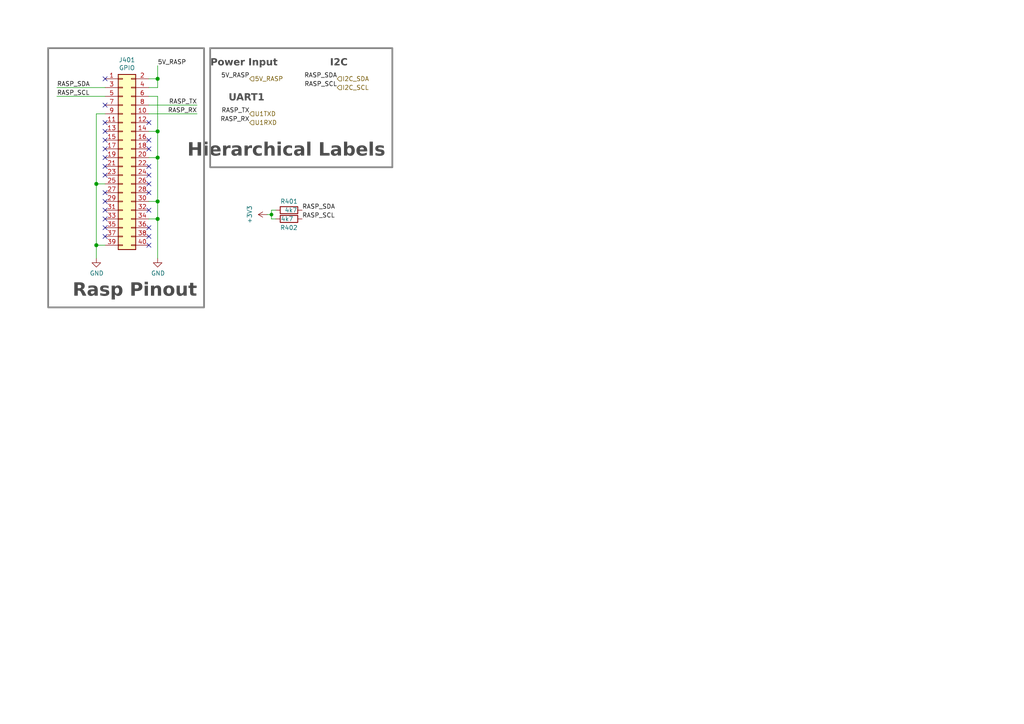
<source format=kicad_sch>
(kicad_sch (version 20231120) (generator "eeschema") (generator_version "8.0")
  (paper "A4")
  (lib_symbols
    (symbol "Connector_Generic:Conn_02x20_Odd_Even" (pin_names (offset 1.016) hide)
      (property "Reference" "J" (at 1.27 25.4 0))
      (property "Value" "Conn_02x20_Odd_Even" (at 1.27 -27.94 0))
      (symbol "Conn_02x20_Odd_Even_1_1"
        (rectangle (start -1.27 -25.273) (end 0 -25.527) (stroke (width 0.1524)))
        (rectangle (start -1.27 -22.733) (end 0 -22.987) (stroke (width 0.1524)))
        (rectangle (start -1.27 -20.193) (end 0 -20.447) (stroke (width 0.1524)))
        (rectangle (start -1.27 -17.653) (end 0 -17.907) (stroke (width 0.1524)))
        (rectangle (start -1.27 -15.113) (end 0 -15.367) (stroke (width 0.1524)))
        (rectangle (start -1.27 -12.573) (end 0 -12.827) (stroke (width 0.1524)))
        (rectangle (start -1.27 -10.033) (end 0 -10.287) (stroke (width 0.1524)))
        (rectangle (start -1.27 -7.493) (end 0 -7.747) (stroke (width 0.1524)))
        (rectangle (start -1.27 -4.953) (end 0 -5.207) (stroke (width 0.1524)))
        (rectangle (start -1.27 -2.413) (end 0 -2.667) (stroke (width 0.1524)))
        (rectangle (start -1.27 0.127) (end 0 -0.127) (stroke (width 0.1524)))
        (rectangle (start -1.27 2.667) (end 0 2.413) (stroke (width 0.1524)))
        (rectangle (start -1.27 5.207) (end 0 4.953) (stroke (width 0.1524)))
        (rectangle (start -1.27 7.747) (end 0 7.493) (stroke (width 0.1524)))
        (rectangle (start -1.27 10.287) (end 0 10.033) (stroke (width 0.1524)))
        (rectangle (start -1.27 12.827) (end 0 12.573) (stroke (width 0.1524)))
        (rectangle (start -1.27 15.367) (end 0 15.113) (stroke (width 0.1524)))
        (rectangle (start -1.27 17.907) (end 0 17.653) (stroke (width 0.1524)))
        (rectangle (start -1.27 20.447) (end 0 20.193) (stroke (width 0.1524)))
        (rectangle (start -1.27 22.987) (end 0 22.733) (stroke (width 0.1524)))
        (rectangle (start -1.27 24.13) (end 3.81 -26.67) (stroke (width 0.254)) (fill (type background)))
        (rectangle (start 3.81 -25.273) (end 2.54 -25.527) (stroke (width 0.1524)))
        (rectangle (start 3.81 -22.733) (end 2.54 -22.987) (stroke (width 0.1524)))
        (rectangle (start 3.81 -20.193) (end 2.54 -20.447) (stroke (width 0.1524)))
        (rectangle (start 3.81 -17.653) (end 2.54 -17.907) (stroke (width 0.1524)))
        (rectangle (start 3.81 -15.113) (end 2.54 -15.367) (stroke (width 0.1524)))
        (rectangle (start 3.81 -12.573) (end 2.54 -12.827) (stroke (width 0.1524)))
        (rectangle (start 3.81 -10.033) (end 2.54 -10.287) (stroke (width 0.1524)))
        (rectangle (start 3.81 -7.493) (end 2.54 -7.747) (stroke (width 0.1524)))
        (rectangle (start 3.81 -4.953) (end 2.54 -5.207) (stroke (width 0.1524)))
        (rectangle (start 3.81 -2.413) (end 2.54 -2.667) (stroke (width 0.1524)))
        (rectangle (start 3.81 0.127) (end 2.54 -0.127) (stroke (width 0.1524)))
        (rectangle (start 3.81 2.667) (end 2.54 2.413) (stroke (width 0.1524)))
        (rectangle (start 3.81 5.207) (end 2.54 4.953) (stroke (width 0.1524)))
        (rectangle (start 3.81 7.747) (end 2.54 7.493) (stroke (width 0.1524)))
        (rectangle (start 3.81 10.287) (end 2.54 10.033) (stroke (width 0.1524)))
        (rectangle (start 3.81 12.827) (end 2.54 12.573) (stroke (width 0.1524)))
        (rectangle (start 3.81 15.367) (end 2.54 15.113) (stroke (width 0.1524)))
        (rectangle (start 3.81 17.907) (end 2.54 17.653) (stroke (width 0.1524)))
        (rectangle (start 3.81 20.447) (end 2.54 20.193) (stroke (width 0.1524)))
        (rectangle (start 3.81 22.987) (end 2.54 22.733) (stroke (width 0.1524)))
        (pin passive line (at -5.08 22.86 0) (length 3.81) (name "Pin_1") (number "1"))
        (pin passive line (at 7.62 12.7 180) (length 3.81) (name "Pin_10") (number "10"))
        (pin passive line (at -5.08 10.16 0) (length 3.81) (name "Pin_11") (number "11"))
        (pin passive line (at 7.62 10.16 180) (length 3.81) (name "Pin_12") (number "12"))
        (pin passive line (at -5.08 7.62 0) (length 3.81) (name "Pin_13") (number "13"))
        (pin passive line (at 7.62 7.62 180) (length 3.81) (name "Pin_14") (number "14"))
        (pin passive line (at -5.08 5.08 0) (length 3.81) (name "Pin_15") (number "15"))
        (pin passive line (at 7.62 5.08 180) (length 3.81) (name "Pin_16") (number "16"))
        (pin passive line (at -5.08 2.54 0) (length 3.81) (name "Pin_17") (number "17"))
        (pin passive line (at 7.62 2.54 180) (length 3.81) (name "Pin_18") (number "18"))
        (pin passive line (at -5.08 0 0) (length 3.81) (name "Pin_19") (number "19"))
        (pin passive line (at 7.62 22.86 180) (length 3.81) (name "Pin_2") (number "2"))
        (pin passive line (at 7.62 0 180) (length 3.81) (name "Pin_20") (number "20"))
        (pin passive line (at -5.08 -2.54 0) (length 3.81) (name "Pin_21") (number "21"))
        (pin passive line (at 7.62 -2.54 180) (length 3.81) (name "Pin_22") (number "22"))
        (pin passive line (at -5.08 -5.08 0) (length 3.81) (name "Pin_23") (number "23"))
        (pin passive line (at 7.62 -5.08 180) (length 3.81) (name "Pin_24") (number "24"))
        (pin passive line (at -5.08 -7.62 0) (length 3.81) (name "Pin_25") (number "25"))
        (pin passive line (at 7.62 -7.62 180) (length 3.81) (name "Pin_26") (number "26"))
        (pin passive line (at -5.08 -10.16 0) (length 3.81) (name "Pin_27") (number "27"))
        (pin passive line (at 7.62 -10.16 180) (length 3.81) (name "Pin_28") (number "28"))
        (pin passive line (at -5.08 -12.7 0) (length 3.81) (name "Pin_29") (number "29"))
        (pin passive line (at -5.08 20.32 0) (length 3.81) (name "Pin_3") (number "3"))
        (pin passive line (at 7.62 -12.7 180) (length 3.81) (name "Pin_30") (number "30"))
        (pin passive line (at -5.08 -15.24 0) (length 3.81) (name "Pin_31") (number "31"))
        (pin passive line (at 7.62 -15.24 180) (length 3.81) (name "Pin_32") (number "32"))
        (pin passive line (at -5.08 -17.78 0) (length 3.81) (name "Pin_33") (number "33"))
        (pin passive line (at 7.62 -17.78 180) (length 3.81) (name "Pin_34") (number "34"))
        (pin passive line (at -5.08 -20.32 0) (length 3.81) (name "Pin_35") (number "35"))
        (pin passive line (at 7.62 -20.32 180) (length 3.81) (name "Pin_36") (number "36"))
        (pin passive line (at -5.08 -22.86 0) (length 3.81) (name "Pin_37") (number "37"))
        (pin passive line (at 7.62 -22.86 180) (length 3.81) (name "Pin_38") (number "38"))
        (pin passive line (at -5.08 -25.4 0) (length 3.81) (name "Pin_39") (number "39"))
        (pin passive line (at 7.62 20.32 180) (length 3.81) (name "Pin_4") (number "4"))
        (pin passive line (at 7.62 -25.4 180) (length 3.81) (name "Pin_40") (number "40"))
        (pin passive line (at -5.08 17.78 0) (length 3.81) (name "Pin_5") (number "5"))
        (pin passive line (at 7.62 17.78 180) (length 3.81) (name "Pin_6") (number "6"))
        (pin passive line (at -5.08 15.24 0) (length 3.81) (name "Pin_7") (number "7"))
        (pin passive line (at 7.62 15.24 180) (length 3.81) (name "Pin_8") (number "8"))
        (pin passive line (at -5.08 12.7 0) (length 3.81) (name "Pin_9") (number "9"))
      )
    )
    (symbol "Device:R" (pin_numbers hide) (pin_names (offset 0))
      (property "Reference" "R" (at 2.032 0 90))
      (property "Value" "R" (at 0 0 90))
      (symbol "R_0_1"
        (rectangle (start -1.016 -2.54) (end 1.016 2.54) (stroke (width 0.254)))
      )
      (symbol "R_1_1"
        (pin passive line (at 0 3.81 270) (length 1.27) (name "~") (number "1"))
        (pin passive line (at 0 -3.81 90) (length 1.27) (name "~") (number "2"))
      )
    )
    (symbol "power:+3V3" (power) (pin_names (offset 0))
      (property "Value" "+3V3" (at 0 3.556 0))
      (symbol "+3V3_0_1"
        (polyline (pts (xy -0.762 1.27) (xy 0 2.54)))
        (polyline (pts (xy 0 0) (xy 0 2.54)))
        (polyline (pts (xy 0 2.54) (xy 0.762 1.27)))
      )
      (symbol "+3V3_1_1"
        (pin power_in line (at 0 0 90) (length 0) hide (name "+3V3") (number "1"))
      )
    )
    (symbol "power:GND" (power) (pin_names (offset 0))
      (property "Value" "GND" (at 0 -3.81 0))
      (symbol "GND_0_1"
        (polyline (pts (xy 0 0) (xy 0 -1.27) (xy 1.27 -1.27) (xy 0 -2.54) (xy -1.27 -1.27) (xy 0 -1.27)))
      )
      (symbol "GND_1_1"
        (pin power_in line (at 0 0 270) (length 0) hide (name "GND") (number "1"))
      )
    )
  )
  (junction (at 27.94 71.12) (diameter 1.016))
  (junction (at 45.72 63.5) (diameter 1.016))
  (junction (at 45.72 58.42) (diameter 1.016))
  (junction (at 45.72 38.1) (diameter 1.016))
  (junction (at 45.72 22.86) (diameter 1.016))
  (junction (at 45.72 45.72) (diameter 1.016))
  (junction (at 78.74 62.23))
  (junction (at 27.94 53.34) (diameter 1.016))
  (no_connect (at 30.48 45.72))
  (no_connect (at 43.18 66.04))
  (no_connect (at 30.48 60.96))
  (no_connect (at 43.18 48.26))
  (no_connect (at 30.48 30.48))
  (no_connect (at 43.18 40.64))
  (no_connect (at 30.48 58.42))
  (no_connect (at 30.48 35.56))
  (no_connect (at 43.18 50.8))
  (no_connect (at 30.48 48.26))
  (no_connect (at 43.18 43.18))
  (no_connect (at 30.48 22.86))
  (no_connect (at 30.48 43.18))
  (no_connect (at 43.18 53.34))
  (no_connect (at 30.48 66.04))
  (no_connect (at 43.18 71.12))
  (no_connect (at 30.48 68.58))
  (no_connect (at 43.18 35.56))
  (no_connect (at 43.18 68.58))
  (no_connect (at 43.18 55.88))
  (no_connect (at 30.48 63.5))
  (no_connect (at 30.48 55.88))
  (no_connect (at 30.48 50.8))
  (no_connect (at 30.48 40.64))
  (no_connect (at 43.18 60.96))
  (no_connect (at 30.48 38.1))
  (wire (pts (xy 27.94 53.34) (xy 27.94 71.12)))
  (wire (pts (xy 27.94 71.12) (xy 30.48 71.12)))
  (wire (pts (xy 43.18 30.48) (xy 57.15 30.48)))
  (wire (pts (xy 27.94 33.02) (xy 27.94 53.34)))
  (wire (pts (xy 78.74 62.23) (xy 78.74 63.5)))
  (wire (pts (xy 45.72 22.86) (xy 43.18 22.86)))
  (wire (pts (xy 77.47 62.23) (xy 78.74 62.23)))
  (wire (pts (xy 45.72 27.94) (xy 45.72 38.1)))
  (wire (pts (xy 45.72 22.86) (xy 45.72 25.4)))
  (wire (pts (xy 45.72 58.42) (xy 43.18 58.42)))
  (wire (pts (xy 27.94 71.12) (xy 27.94 74.93)))
  (wire (pts (xy 27.94 53.34) (xy 30.48 53.34)))
  (wire (pts (xy 45.72 19.05) (xy 45.72 22.86)))
  (wire (pts (xy 27.94 33.02) (xy 30.48 33.02)))
  (wire (pts (xy 45.72 25.4) (xy 43.18 25.4)))
  (wire (pts (xy 78.74 60.96) (xy 78.74 62.23)))
  (wire (pts (xy 45.72 45.72) (xy 43.18 45.72)))
  (wire (pts (xy 45.72 63.5) (xy 45.72 74.93)))
  (wire (pts (xy 45.72 27.94) (xy 43.18 27.94)))
  (wire (pts (xy 80.01 60.96) (xy 78.74 60.96)))
  (wire (pts (xy 45.72 63.5) (xy 43.18 63.5)))
  (wire (pts (xy 78.74 63.5) (xy 80.01 63.5)))
  (wire (pts (xy 16.51 27.94) (xy 30.48 27.94)))
  (wire (pts (xy 45.72 38.1) (xy 43.18 38.1)))
  (wire (pts (xy 30.48 25.4) (xy 16.51 25.4)))
  (wire (pts (xy 45.72 45.72) (xy 45.72 58.42)))
  (wire (pts (xy 45.72 38.1) (xy 45.72 45.72)))
  (wire (pts (xy 43.18 33.02) (xy 57.15 33.02)))
  (wire (pts (xy 45.72 58.42) (xy 45.72 63.5)))
  (rectangle (start 60.96 13.97) (end 113.792 48.514) (stroke (width 0.508) (color 132 132 132 1)))
  (rectangle (start 13.97 13.97) (end 59.182 89.154) (stroke (width 0.508) (color 132 132 132 1)))
  (text "I2C" (at 100.838 20.066 0) (effects (font (size 2.032 2.032) (thickness 0.254) (bold yes)) (justify right bottom)))
  (text "UART1" (at 76.708 30.226 0) (effects (font (size 2.032 2.032) (thickness 0.254) (bold yes)) (justify right bottom)))
  (text "Rasp Pinout" (at 57.15 87.63 0) (effects (font (size 3.81 3.81) (thickness 0.254) (bold yes)) (justify right bottom)))
  (text "Power Input" (at 80.518 20.066 0) (effects (font (size 2.032 2.032) (thickness 0.254) (bold yes)) (justify right bottom)))
  (text "Hierarchical Labels" (at 111.76 46.99 0) (effects (font (size 3.81 3.81) (thickness 0.254) (bold yes)) (justify right bottom)))
  (label "RASP_SCL" (at 16.51 27.94 0))
  (label "RASP_TX" (at 57.15 30.48 180))
  (label "RASP_SDA" (at 87.63 60.96 0))
  (label "RASP_RX" (at 57.15 33.02 180))
  (label "RASP_SCL" (at 87.63 63.5 0))
  (label "5V_RASP" (at 72.39 22.86 180))
  (label "5V_RASP" (at 45.72 19.05 0))
  (label "RASP_SDA" (at 16.51 25.4 0))
  (label "RASP_SCL" (at 97.79 25.4 180))
  (label "RASP_TX" (at 72.39 33.02 180))
  (label "RASP_RX" (at 72.39 35.56 180))
  (label "RASP_SDA" (at 97.79 22.86 180))
  (hierarchical_label "U1TXD" (shape input) (at 72.39 33.02 0))
  (hierarchical_label "U1RXD" (shape input) (at 72.39 35.56 0))
  (hierarchical_label "I2C_SCL" (shape input) (at 97.79 25.4 0))
  (hierarchical_label "I2C_SDA" (shape input) (at 97.79 22.86 0))
  (hierarchical_label "5V_RASP" (shape input) (at 72.39 22.86 0))
  (symbol (lib_id "power:GND") (at 27.94 74.93 0) (unit 1)
    (property "Reference" "#PWR0401" (effects (hide yes)))
    (property "Value" "GND" (at 28.0543 79.2544 0))
  )
  (symbol (lib_id "Device:R") (at 83.82 63.5 90) (unit 1)
    (property "Reference" "R402" (at 86.36 66.04 90) (effects (justify left)))
    (property "Value" "4k7" (at 85.09 63.5 90) (effects (justify left)))
    (property "Footprint" "Resistor_SMD:R_0805_2012Metric" (effects (hide yes)))
    (property "LCSC" "C17673" (effects (hide yes)))
  )
  (symbol (lib_id "Device:R") (at 83.82 60.96 270) (unit 1)
    (property "Reference" "R401" (at 81.28 58.42 90) (effects (justify left)))
    (property "Value" "4k7" (at 82.55 60.96 90) (effects (justify left)))
    (property "Footprint" "Resistor_SMD:R_0805_2012Metric" (effects (hide yes)))
    (property "LCSC" "C17673" (effects (hide yes)))
  )
  (symbol (lib_id "power:GND") (at 45.72 74.93 0) (unit 1)
    (property "Reference" "#PWR0402" (effects (hide yes)))
    (property "Value" "GND" (at 45.8343 79.2544 0))
  )
  (symbol (lib_id "Connector_Generic:Conn_02x20_Odd_Even") (at 35.56 45.72 0) (unit 1)
    (property "Reference" "J401" (at 36.83 17.3798 0))
    (property "Value" "GPIO" (at 36.83 19.685 0))
    (property "Footprint" "Connector_PinSocket_2.54mm:PinSocket_2x20_P2.54mm_Vertical" (effects (hide yes)))
  )
  (symbol (lib_id "power:+3V3") (at 77.47 62.23 90) (unit 1)
    (property "Reference" "#PWR0403" (effects (hide yes)))
    (property "Value" "+3V3" (at 72.39 62.23 0))
  )
)
</source>
